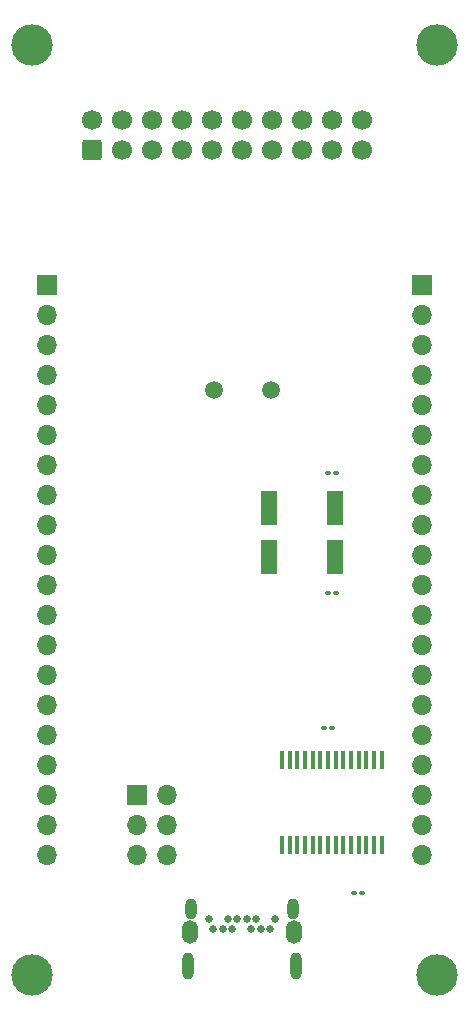
<source format=gbr>
%TF.GenerationSoftware,KiCad,Pcbnew,7.0.7*%
%TF.CreationDate,2023-09-14T01:49:04+09:00*%
%TF.ProjectId,STM32F103_dev_board,53544d33-3246-4313-9033-5f6465765f62,1.0*%
%TF.SameCoordinates,Original*%
%TF.FileFunction,Soldermask,Bot*%
%TF.FilePolarity,Negative*%
%FSLAX46Y46*%
G04 Gerber Fmt 4.6, Leading zero omitted, Abs format (unit mm)*
G04 Created by KiCad (PCBNEW 7.0.7) date 2023-09-14 01:49:04*
%MOMM*%
%LPD*%
G01*
G04 APERTURE LIST*
G04 Aperture macros list*
%AMRoundRect*
0 Rectangle with rounded corners*
0 $1 Rounding radius*
0 $2 $3 $4 $5 $6 $7 $8 $9 X,Y pos of 4 corners*
0 Add a 4 corners polygon primitive as box body*
4,1,4,$2,$3,$4,$5,$6,$7,$8,$9,$2,$3,0*
0 Add four circle primitives for the rounded corners*
1,1,$1+$1,$2,$3*
1,1,$1+$1,$4,$5*
1,1,$1+$1,$6,$7*
1,1,$1+$1,$8,$9*
0 Add four rect primitives between the rounded corners*
20,1,$1+$1,$2,$3,$4,$5,0*
20,1,$1+$1,$4,$5,$6,$7,0*
20,1,$1+$1,$6,$7,$8,$9,0*
20,1,$1+$1,$8,$9,$2,$3,0*%
G04 Aperture macros list end*
%ADD10C,3.500000*%
%ADD11C,0.650000*%
%ADD12O,0.950000X2.280000*%
%ADD13O,1.330000X1.980000*%
%ADD14O,0.950000X1.800000*%
%ADD15R,1.700000X1.700000*%
%ADD16O,1.700000X1.700000*%
%ADD17RoundRect,0.250000X0.600000X-0.600000X0.600000X0.600000X-0.600000X0.600000X-0.600000X-0.600000X0*%
%ADD18C,1.700000*%
%ADD19C,1.500000*%
%ADD20R,0.450000X1.500000*%
%ADD21RoundRect,0.100000X-0.130000X-0.100000X0.130000X-0.100000X0.130000X0.100000X-0.130000X0.100000X0*%
%ADD22RoundRect,0.100000X0.130000X0.100000X-0.130000X0.100000X-0.130000X-0.100000X0.130000X-0.100000X0*%
%ADD23R,1.430000X2.850000*%
G04 APERTURE END LIST*
D10*
%TO.C,REF\u002A\u002A*%
X162560000Y-60270000D03*
%TD*%
D11*
%TO.C,J5*%
X148850000Y-134270000D03*
X148450000Y-135170000D03*
X147650000Y-135170000D03*
X147250000Y-134270000D03*
X146850000Y-135170000D03*
X146450000Y-134270000D03*
X145650000Y-134270000D03*
X145250000Y-135170000D03*
X144850000Y-134270000D03*
X144450000Y-135170000D03*
X143650000Y-135170000D03*
X143250000Y-134270000D03*
D12*
X141475000Y-138330000D03*
D13*
X141660000Y-135420000D03*
D14*
X141755000Y-133440000D03*
X150345000Y-133440000D03*
D13*
X150440000Y-135420000D03*
D12*
X150625000Y-138330000D03*
%TD*%
D10*
%TO.C,REF\u002A\u002A*%
X128285913Y-139053348D03*
%TD*%
%TO.C,REF\u002A\u002A*%
X128270000Y-60270000D03*
%TD*%
D15*
%TO.C,J4*%
X137155000Y-123785000D03*
D16*
X139695000Y-123785000D03*
X137155000Y-126325000D03*
X139695000Y-126325000D03*
X137155000Y-128865000D03*
X139695000Y-128865000D03*
%TD*%
D17*
%TO.C,J1*%
X133350000Y-69160000D03*
D18*
X133350000Y-66620000D03*
X135890000Y-69160000D03*
X135890000Y-66620000D03*
X138430000Y-69160000D03*
X138430000Y-66620000D03*
X140970000Y-69160000D03*
X140970000Y-66620000D03*
X143510000Y-69160000D03*
X143510000Y-66620000D03*
X146050000Y-69160000D03*
X146050000Y-66620000D03*
X148590000Y-69160000D03*
X148590000Y-66620000D03*
X151130000Y-69160000D03*
X151130000Y-66620000D03*
X153670000Y-69160000D03*
X153670000Y-66620000D03*
X156210000Y-69160000D03*
X156210000Y-66620000D03*
%TD*%
D15*
%TO.C,J3*%
X161290000Y-80590000D03*
D16*
X161290000Y-83130000D03*
X161290000Y-85670000D03*
X161290000Y-88210000D03*
X161290000Y-90750000D03*
X161290000Y-93290000D03*
X161290000Y-95830000D03*
X161290000Y-98370000D03*
X161290000Y-100910000D03*
X161290000Y-103450000D03*
X161290000Y-105990000D03*
X161290000Y-108530000D03*
X161290000Y-111070000D03*
X161290000Y-113610000D03*
X161290000Y-116150000D03*
X161290000Y-118690000D03*
X161290000Y-121230000D03*
X161290000Y-123770000D03*
X161290000Y-126310000D03*
X161290000Y-128850000D03*
%TD*%
D10*
%TO.C,REF\u002A\u002A*%
X162560000Y-139010000D03*
%TD*%
D19*
%TO.C,Y1*%
X148550000Y-89480000D03*
X143670000Y-89480000D03*
%TD*%
D15*
%TO.C,J2*%
X129540000Y-80590000D03*
D16*
X129540000Y-83130000D03*
X129540000Y-85670000D03*
X129540000Y-88210000D03*
X129540000Y-90750000D03*
X129540000Y-93290000D03*
X129540000Y-95830000D03*
X129540000Y-98370000D03*
X129540000Y-100910000D03*
X129540000Y-103450000D03*
X129540000Y-105990000D03*
X129540000Y-108530000D03*
X129540000Y-111070000D03*
X129540000Y-113610000D03*
X129540000Y-116150000D03*
X129540000Y-118690000D03*
X129540000Y-121230000D03*
X129540000Y-123770000D03*
X129540000Y-126310000D03*
X129540000Y-128850000D03*
%TD*%
D20*
%TO.C,U3*%
X149445000Y-120885000D03*
X150095000Y-120885000D03*
X150745000Y-120885000D03*
X151395000Y-120885000D03*
X152045000Y-120885000D03*
X152695000Y-120885000D03*
X153345000Y-120885000D03*
X153995000Y-120885000D03*
X154645000Y-120885000D03*
X155295000Y-120885000D03*
X155945000Y-120885000D03*
X156595000Y-120885000D03*
X157245000Y-120885000D03*
X157895000Y-120885000D03*
X157895000Y-128035000D03*
X157245000Y-128035000D03*
X156595000Y-128035000D03*
X155945000Y-128035000D03*
X155295000Y-128035000D03*
X154645000Y-128035000D03*
X153995000Y-128035000D03*
X153345000Y-128035000D03*
X152695000Y-128035000D03*
X152045000Y-128035000D03*
X151395000Y-128035000D03*
X150745000Y-128035000D03*
X150095000Y-128035000D03*
X149445000Y-128035000D03*
%TD*%
D21*
%TO.C,C9*%
X155545000Y-132080000D03*
X156185000Y-132080000D03*
%TD*%
D22*
%TO.C,C8*%
X153645000Y-118110000D03*
X153005000Y-118110000D03*
%TD*%
%TO.C,C12*%
X153990000Y-106680000D03*
X153350000Y-106680000D03*
%TD*%
D23*
%TO.C,Y2*%
X148315000Y-99525000D03*
X153945000Y-99525000D03*
X153945000Y-103675000D03*
X148315000Y-103675000D03*
%TD*%
D22*
%TO.C,C11*%
X153990000Y-96520000D03*
X153350000Y-96520000D03*
%TD*%
M02*

</source>
